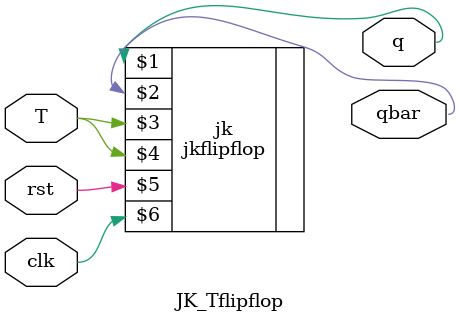
<source format=v>
`timescale 1ns / 1ps



module JK_Tflipflop(q,qbar,T,rst,clk);
output q,qbar;
input T,rst,clk;
jkflipflop jk(q,qbar,T,T,rst,clk);
endmodule

</source>
